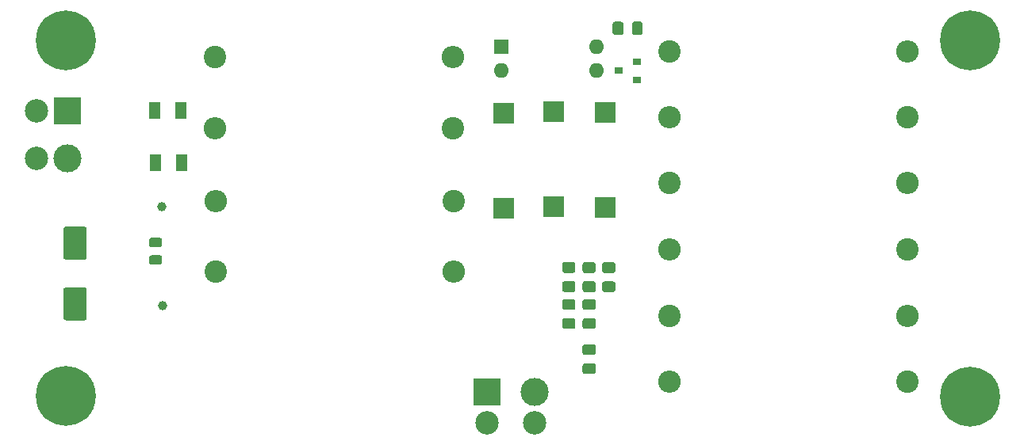
<source format=gbr>
G04 #@! TF.GenerationSoftware,KiCad,Pcbnew,(5.1.5)-3*
G04 #@! TF.CreationDate,2020-09-18T03:11:52-03:00*
G04 #@! TF.ProjectId,AIL,41494c2e-6b69-4636-9164-5f7063625858,rev?*
G04 #@! TF.SameCoordinates,Original*
G04 #@! TF.FileFunction,Soldermask,Top*
G04 #@! TF.FilePolarity,Negative*
%FSLAX46Y46*%
G04 Gerber Fmt 4.6, Leading zero omitted, Abs format (unit mm)*
G04 Created by KiCad (PCBNEW (5.1.5)-3) date 2020-09-18 03:11:52*
%MOMM*%
%LPD*%
G04 APERTURE LIST*
%ADD10O,2.400000X2.400000*%
%ADD11C,2.400000*%
%ADD12C,0.100000*%
%ADD13R,0.900000X0.800000*%
%ADD14R,1.600000X1.600000*%
%ADD15O,1.600000X1.600000*%
%ADD16C,0.800000*%
%ADD17C,6.400000*%
%ADD18C,1.000000*%
%ADD19R,2.200000X2.200000*%
%ADD20R,3.000000X3.000000*%
%ADD21C,3.000000*%
%ADD22C,2.500000*%
G04 APERTURE END LIST*
D10*
X135597900Y-127894080D03*
D11*
X160997900Y-127894080D03*
D12*
G36*
X81206422Y-114385414D02*
G01*
X81230083Y-114388924D01*
X81253287Y-114394736D01*
X81275809Y-114402794D01*
X81297433Y-114413022D01*
X81317950Y-114425319D01*
X81337163Y-114439569D01*
X81354887Y-114455633D01*
X81370951Y-114473357D01*
X81385201Y-114492570D01*
X81397498Y-114513087D01*
X81407726Y-114534711D01*
X81415784Y-114557233D01*
X81421596Y-114580437D01*
X81425106Y-114604098D01*
X81426280Y-114627990D01*
X81426280Y-115115490D01*
X81425106Y-115139382D01*
X81421596Y-115163043D01*
X81415784Y-115186247D01*
X81407726Y-115208769D01*
X81397498Y-115230393D01*
X81385201Y-115250910D01*
X81370951Y-115270123D01*
X81354887Y-115287847D01*
X81337163Y-115303911D01*
X81317950Y-115318161D01*
X81297433Y-115330458D01*
X81275809Y-115340686D01*
X81253287Y-115348744D01*
X81230083Y-115354556D01*
X81206422Y-115358066D01*
X81182530Y-115359240D01*
X80270030Y-115359240D01*
X80246138Y-115358066D01*
X80222477Y-115354556D01*
X80199273Y-115348744D01*
X80176751Y-115340686D01*
X80155127Y-115330458D01*
X80134610Y-115318161D01*
X80115397Y-115303911D01*
X80097673Y-115287847D01*
X80081609Y-115270123D01*
X80067359Y-115250910D01*
X80055062Y-115230393D01*
X80044834Y-115208769D01*
X80036776Y-115186247D01*
X80030964Y-115163043D01*
X80027454Y-115139382D01*
X80026280Y-115115490D01*
X80026280Y-114627990D01*
X80027454Y-114604098D01*
X80030964Y-114580437D01*
X80036776Y-114557233D01*
X80044834Y-114534711D01*
X80055062Y-114513087D01*
X80067359Y-114492570D01*
X80081609Y-114473357D01*
X80097673Y-114455633D01*
X80115397Y-114439569D01*
X80134610Y-114425319D01*
X80155127Y-114413022D01*
X80176751Y-114402794D01*
X80199273Y-114394736D01*
X80222477Y-114388924D01*
X80246138Y-114385414D01*
X80270030Y-114384240D01*
X81182530Y-114384240D01*
X81206422Y-114385414D01*
G37*
G36*
X81206422Y-112510414D02*
G01*
X81230083Y-112513924D01*
X81253287Y-112519736D01*
X81275809Y-112527794D01*
X81297433Y-112538022D01*
X81317950Y-112550319D01*
X81337163Y-112564569D01*
X81354887Y-112580633D01*
X81370951Y-112598357D01*
X81385201Y-112617570D01*
X81397498Y-112638087D01*
X81407726Y-112659711D01*
X81415784Y-112682233D01*
X81421596Y-112705437D01*
X81425106Y-112729098D01*
X81426280Y-112752990D01*
X81426280Y-113240490D01*
X81425106Y-113264382D01*
X81421596Y-113288043D01*
X81415784Y-113311247D01*
X81407726Y-113333769D01*
X81397498Y-113355393D01*
X81385201Y-113375910D01*
X81370951Y-113395123D01*
X81354887Y-113412847D01*
X81337163Y-113428911D01*
X81317950Y-113443161D01*
X81297433Y-113455458D01*
X81275809Y-113465686D01*
X81253287Y-113473744D01*
X81230083Y-113479556D01*
X81206422Y-113483066D01*
X81182530Y-113484240D01*
X80270030Y-113484240D01*
X80246138Y-113483066D01*
X80222477Y-113479556D01*
X80199273Y-113473744D01*
X80176751Y-113465686D01*
X80155127Y-113455458D01*
X80134610Y-113443161D01*
X80115397Y-113428911D01*
X80097673Y-113412847D01*
X80081609Y-113395123D01*
X80067359Y-113375910D01*
X80055062Y-113355393D01*
X80044834Y-113333769D01*
X80036776Y-113311247D01*
X80030964Y-113288043D01*
X80027454Y-113264382D01*
X80026280Y-113240490D01*
X80026280Y-112752990D01*
X80027454Y-112729098D01*
X80030964Y-112705437D01*
X80036776Y-112682233D01*
X80044834Y-112659711D01*
X80055062Y-112638087D01*
X80067359Y-112617570D01*
X80081609Y-112598357D01*
X80097673Y-112580633D01*
X80115397Y-112564569D01*
X80134610Y-112550319D01*
X80155127Y-112538022D01*
X80176751Y-112527794D01*
X80199273Y-112519736D01*
X80222477Y-112513924D01*
X80246138Y-112510414D01*
X80270030Y-112509240D01*
X81182530Y-112509240D01*
X81206422Y-112510414D01*
G37*
G36*
X81335120Y-103590120D02*
G01*
X81335120Y-105340120D01*
X80085120Y-105340120D01*
X80085120Y-103590120D01*
X81335120Y-103590120D01*
G37*
G36*
X84135120Y-103590120D02*
G01*
X84135120Y-105340120D01*
X82885120Y-105340120D01*
X82885120Y-103590120D01*
X84135120Y-103590120D01*
G37*
G36*
X84051760Y-98027520D02*
G01*
X84051760Y-99777520D01*
X82801760Y-99777520D01*
X82801760Y-98027520D01*
X84051760Y-98027520D01*
G37*
G36*
X81251760Y-98027520D02*
G01*
X81251760Y-99777520D01*
X80001760Y-99777520D01*
X80001760Y-98027520D01*
X81251760Y-98027520D01*
G37*
D13*
X130133340Y-94660680D03*
X132133340Y-93710680D03*
X132133340Y-95610680D03*
D10*
X87127080Y-108549440D03*
D11*
X112527080Y-108549440D03*
X87078081Y-93180841D03*
D10*
X112478081Y-93180841D03*
D11*
X87116481Y-116104041D03*
D10*
X112516481Y-116104041D03*
X87076280Y-100777040D03*
D11*
X112476280Y-100777040D03*
D12*
G36*
X129570005Y-117173204D02*
G01*
X129594273Y-117176804D01*
X129618072Y-117182765D01*
X129641171Y-117191030D01*
X129663350Y-117201520D01*
X129684393Y-117214132D01*
X129704099Y-117228747D01*
X129722277Y-117245223D01*
X129738753Y-117263401D01*
X129753368Y-117283107D01*
X129765980Y-117304150D01*
X129776470Y-117326329D01*
X129784735Y-117349428D01*
X129790696Y-117373227D01*
X129794296Y-117397495D01*
X129795500Y-117421999D01*
X129795500Y-118072001D01*
X129794296Y-118096505D01*
X129790696Y-118120773D01*
X129784735Y-118144572D01*
X129776470Y-118167671D01*
X129765980Y-118189850D01*
X129753368Y-118210893D01*
X129738753Y-118230599D01*
X129722277Y-118248777D01*
X129704099Y-118265253D01*
X129684393Y-118279868D01*
X129663350Y-118292480D01*
X129641171Y-118302970D01*
X129618072Y-118311235D01*
X129594273Y-118317196D01*
X129570005Y-118320796D01*
X129545501Y-118322000D01*
X128645499Y-118322000D01*
X128620995Y-118320796D01*
X128596727Y-118317196D01*
X128572928Y-118311235D01*
X128549829Y-118302970D01*
X128527650Y-118292480D01*
X128506607Y-118279868D01*
X128486901Y-118265253D01*
X128468723Y-118248777D01*
X128452247Y-118230599D01*
X128437632Y-118210893D01*
X128425020Y-118189850D01*
X128414530Y-118167671D01*
X128406265Y-118144572D01*
X128400304Y-118120773D01*
X128396704Y-118096505D01*
X128395500Y-118072001D01*
X128395500Y-117421999D01*
X128396704Y-117397495D01*
X128400304Y-117373227D01*
X128406265Y-117349428D01*
X128414530Y-117326329D01*
X128425020Y-117304150D01*
X128437632Y-117283107D01*
X128452247Y-117263401D01*
X128468723Y-117245223D01*
X128486901Y-117228747D01*
X128506607Y-117214132D01*
X128527650Y-117201520D01*
X128549829Y-117191030D01*
X128572928Y-117182765D01*
X128596727Y-117176804D01*
X128620995Y-117173204D01*
X128645499Y-117172000D01*
X129545501Y-117172000D01*
X129570005Y-117173204D01*
G37*
G36*
X129570005Y-115123204D02*
G01*
X129594273Y-115126804D01*
X129618072Y-115132765D01*
X129641171Y-115141030D01*
X129663350Y-115151520D01*
X129684393Y-115164132D01*
X129704099Y-115178747D01*
X129722277Y-115195223D01*
X129738753Y-115213401D01*
X129753368Y-115233107D01*
X129765980Y-115254150D01*
X129776470Y-115276329D01*
X129784735Y-115299428D01*
X129790696Y-115323227D01*
X129794296Y-115347495D01*
X129795500Y-115371999D01*
X129795500Y-116022001D01*
X129794296Y-116046505D01*
X129790696Y-116070773D01*
X129784735Y-116094572D01*
X129776470Y-116117671D01*
X129765980Y-116139850D01*
X129753368Y-116160893D01*
X129738753Y-116180599D01*
X129722277Y-116198777D01*
X129704099Y-116215253D01*
X129684393Y-116229868D01*
X129663350Y-116242480D01*
X129641171Y-116252970D01*
X129618072Y-116261235D01*
X129594273Y-116267196D01*
X129570005Y-116270796D01*
X129545501Y-116272000D01*
X128645499Y-116272000D01*
X128620995Y-116270796D01*
X128596727Y-116267196D01*
X128572928Y-116261235D01*
X128549829Y-116252970D01*
X128527650Y-116242480D01*
X128506607Y-116229868D01*
X128486901Y-116215253D01*
X128468723Y-116198777D01*
X128452247Y-116180599D01*
X128437632Y-116160893D01*
X128425020Y-116139850D01*
X128414530Y-116117671D01*
X128406265Y-116094572D01*
X128400304Y-116070773D01*
X128396704Y-116046505D01*
X128395500Y-116022001D01*
X128395500Y-115371999D01*
X128396704Y-115347495D01*
X128400304Y-115323227D01*
X128406265Y-115299428D01*
X128414530Y-115276329D01*
X128425020Y-115254150D01*
X128437632Y-115233107D01*
X128452247Y-115213401D01*
X128468723Y-115195223D01*
X128486901Y-115178747D01*
X128506607Y-115164132D01*
X128527650Y-115151520D01*
X128549829Y-115141030D01*
X128572928Y-115132765D01*
X128596727Y-115126804D01*
X128620995Y-115123204D01*
X128645499Y-115122000D01*
X129545501Y-115122000D01*
X129570005Y-115123204D01*
G37*
G36*
X132490465Y-89410244D02*
G01*
X132514733Y-89413844D01*
X132538532Y-89419805D01*
X132561631Y-89428070D01*
X132583810Y-89438560D01*
X132604853Y-89451172D01*
X132624559Y-89465787D01*
X132642737Y-89482263D01*
X132659213Y-89500441D01*
X132673828Y-89520147D01*
X132686440Y-89541190D01*
X132696930Y-89563369D01*
X132705195Y-89586468D01*
X132711156Y-89610267D01*
X132714756Y-89634535D01*
X132715960Y-89659039D01*
X132715960Y-90559041D01*
X132714756Y-90583545D01*
X132711156Y-90607813D01*
X132705195Y-90631612D01*
X132696930Y-90654711D01*
X132686440Y-90676890D01*
X132673828Y-90697933D01*
X132659213Y-90717639D01*
X132642737Y-90735817D01*
X132624559Y-90752293D01*
X132604853Y-90766908D01*
X132583810Y-90779520D01*
X132561631Y-90790010D01*
X132538532Y-90798275D01*
X132514733Y-90804236D01*
X132490465Y-90807836D01*
X132465961Y-90809040D01*
X131815959Y-90809040D01*
X131791455Y-90807836D01*
X131767187Y-90804236D01*
X131743388Y-90798275D01*
X131720289Y-90790010D01*
X131698110Y-90779520D01*
X131677067Y-90766908D01*
X131657361Y-90752293D01*
X131639183Y-90735817D01*
X131622707Y-90717639D01*
X131608092Y-90697933D01*
X131595480Y-90676890D01*
X131584990Y-90654711D01*
X131576725Y-90631612D01*
X131570764Y-90607813D01*
X131567164Y-90583545D01*
X131565960Y-90559041D01*
X131565960Y-89659039D01*
X131567164Y-89634535D01*
X131570764Y-89610267D01*
X131576725Y-89586468D01*
X131584990Y-89563369D01*
X131595480Y-89541190D01*
X131608092Y-89520147D01*
X131622707Y-89500441D01*
X131639183Y-89482263D01*
X131657361Y-89465787D01*
X131677067Y-89451172D01*
X131698110Y-89438560D01*
X131720289Y-89428070D01*
X131743388Y-89419805D01*
X131767187Y-89413844D01*
X131791455Y-89410244D01*
X131815959Y-89409040D01*
X132465961Y-89409040D01*
X132490465Y-89410244D01*
G37*
G36*
X130440465Y-89410244D02*
G01*
X130464733Y-89413844D01*
X130488532Y-89419805D01*
X130511631Y-89428070D01*
X130533810Y-89438560D01*
X130554853Y-89451172D01*
X130574559Y-89465787D01*
X130592737Y-89482263D01*
X130609213Y-89500441D01*
X130623828Y-89520147D01*
X130636440Y-89541190D01*
X130646930Y-89563369D01*
X130655195Y-89586468D01*
X130661156Y-89610267D01*
X130664756Y-89634535D01*
X130665960Y-89659039D01*
X130665960Y-90559041D01*
X130664756Y-90583545D01*
X130661156Y-90607813D01*
X130655195Y-90631612D01*
X130646930Y-90654711D01*
X130636440Y-90676890D01*
X130623828Y-90697933D01*
X130609213Y-90717639D01*
X130592737Y-90735817D01*
X130574559Y-90752293D01*
X130554853Y-90766908D01*
X130533810Y-90779520D01*
X130511631Y-90790010D01*
X130488532Y-90798275D01*
X130464733Y-90804236D01*
X130440465Y-90807836D01*
X130415961Y-90809040D01*
X129765959Y-90809040D01*
X129741455Y-90807836D01*
X129717187Y-90804236D01*
X129693388Y-90798275D01*
X129670289Y-90790010D01*
X129648110Y-90779520D01*
X129627067Y-90766908D01*
X129607361Y-90752293D01*
X129589183Y-90735817D01*
X129572707Y-90717639D01*
X129558092Y-90697933D01*
X129545480Y-90676890D01*
X129534990Y-90654711D01*
X129526725Y-90631612D01*
X129520764Y-90607813D01*
X129517164Y-90583545D01*
X129515960Y-90559041D01*
X129515960Y-89659039D01*
X129517164Y-89634535D01*
X129520764Y-89610267D01*
X129526725Y-89586468D01*
X129534990Y-89563369D01*
X129545480Y-89541190D01*
X129558092Y-89520147D01*
X129572707Y-89500441D01*
X129589183Y-89482263D01*
X129607361Y-89465787D01*
X129627067Y-89451172D01*
X129648110Y-89438560D01*
X129670289Y-89428070D01*
X129693388Y-89419805D01*
X129717187Y-89413844D01*
X129741455Y-89410244D01*
X129765959Y-89409040D01*
X130415961Y-89409040D01*
X130440465Y-89410244D01*
G37*
D11*
X135597900Y-120832880D03*
D10*
X160997900Y-120832880D03*
X135597900Y-113771680D03*
D11*
X160997900Y-113771680D03*
X135597900Y-106608880D03*
D10*
X160997900Y-106608880D03*
D11*
X160997900Y-99598480D03*
D10*
X135597900Y-99598480D03*
X160997900Y-92588080D03*
D11*
X135597900Y-92588080D03*
D12*
G36*
X127474505Y-115114204D02*
G01*
X127498773Y-115117804D01*
X127522572Y-115123765D01*
X127545671Y-115132030D01*
X127567850Y-115142520D01*
X127588893Y-115155132D01*
X127608599Y-115169747D01*
X127626777Y-115186223D01*
X127643253Y-115204401D01*
X127657868Y-115224107D01*
X127670480Y-115245150D01*
X127680970Y-115267329D01*
X127689235Y-115290428D01*
X127695196Y-115314227D01*
X127698796Y-115338495D01*
X127700000Y-115362999D01*
X127700000Y-116013001D01*
X127698796Y-116037505D01*
X127695196Y-116061773D01*
X127689235Y-116085572D01*
X127680970Y-116108671D01*
X127670480Y-116130850D01*
X127657868Y-116151893D01*
X127643253Y-116171599D01*
X127626777Y-116189777D01*
X127608599Y-116206253D01*
X127588893Y-116220868D01*
X127567850Y-116233480D01*
X127545671Y-116243970D01*
X127522572Y-116252235D01*
X127498773Y-116258196D01*
X127474505Y-116261796D01*
X127450001Y-116263000D01*
X126549999Y-116263000D01*
X126525495Y-116261796D01*
X126501227Y-116258196D01*
X126477428Y-116252235D01*
X126454329Y-116243970D01*
X126432150Y-116233480D01*
X126411107Y-116220868D01*
X126391401Y-116206253D01*
X126373223Y-116189777D01*
X126356747Y-116171599D01*
X126342132Y-116151893D01*
X126329520Y-116130850D01*
X126319030Y-116108671D01*
X126310765Y-116085572D01*
X126304804Y-116061773D01*
X126301204Y-116037505D01*
X126300000Y-116013001D01*
X126300000Y-115362999D01*
X126301204Y-115338495D01*
X126304804Y-115314227D01*
X126310765Y-115290428D01*
X126319030Y-115267329D01*
X126329520Y-115245150D01*
X126342132Y-115224107D01*
X126356747Y-115204401D01*
X126373223Y-115186223D01*
X126391401Y-115169747D01*
X126411107Y-115155132D01*
X126432150Y-115142520D01*
X126454329Y-115132030D01*
X126477428Y-115123765D01*
X126501227Y-115117804D01*
X126525495Y-115114204D01*
X126549999Y-115113000D01*
X127450001Y-115113000D01*
X127474505Y-115114204D01*
G37*
G36*
X127474505Y-117164204D02*
G01*
X127498773Y-117167804D01*
X127522572Y-117173765D01*
X127545671Y-117182030D01*
X127567850Y-117192520D01*
X127588893Y-117205132D01*
X127608599Y-117219747D01*
X127626777Y-117236223D01*
X127643253Y-117254401D01*
X127657868Y-117274107D01*
X127670480Y-117295150D01*
X127680970Y-117317329D01*
X127689235Y-117340428D01*
X127695196Y-117364227D01*
X127698796Y-117388495D01*
X127700000Y-117412999D01*
X127700000Y-118063001D01*
X127698796Y-118087505D01*
X127695196Y-118111773D01*
X127689235Y-118135572D01*
X127680970Y-118158671D01*
X127670480Y-118180850D01*
X127657868Y-118201893D01*
X127643253Y-118221599D01*
X127626777Y-118239777D01*
X127608599Y-118256253D01*
X127588893Y-118270868D01*
X127567850Y-118283480D01*
X127545671Y-118293970D01*
X127522572Y-118302235D01*
X127498773Y-118308196D01*
X127474505Y-118311796D01*
X127450001Y-118313000D01*
X126549999Y-118313000D01*
X126525495Y-118311796D01*
X126501227Y-118308196D01*
X126477428Y-118302235D01*
X126454329Y-118293970D01*
X126432150Y-118283480D01*
X126411107Y-118270868D01*
X126391401Y-118256253D01*
X126373223Y-118239777D01*
X126356747Y-118221599D01*
X126342132Y-118201893D01*
X126329520Y-118180850D01*
X126319030Y-118158671D01*
X126310765Y-118135572D01*
X126304804Y-118111773D01*
X126301204Y-118087505D01*
X126300000Y-118063001D01*
X126300000Y-117412999D01*
X126301204Y-117388495D01*
X126304804Y-117364227D01*
X126310765Y-117340428D01*
X126319030Y-117317329D01*
X126329520Y-117295150D01*
X126342132Y-117274107D01*
X126356747Y-117254401D01*
X126373223Y-117236223D01*
X126391401Y-117219747D01*
X126411107Y-117205132D01*
X126432150Y-117192520D01*
X126454329Y-117182030D01*
X126477428Y-117173765D01*
X126501227Y-117167804D01*
X126525495Y-117164204D01*
X126549999Y-117163000D01*
X127450001Y-117163000D01*
X127474505Y-117164204D01*
G37*
G36*
X127474505Y-121110204D02*
G01*
X127498773Y-121113804D01*
X127522572Y-121119765D01*
X127545671Y-121128030D01*
X127567850Y-121138520D01*
X127588893Y-121151132D01*
X127608599Y-121165747D01*
X127626777Y-121182223D01*
X127643253Y-121200401D01*
X127657868Y-121220107D01*
X127670480Y-121241150D01*
X127680970Y-121263329D01*
X127689235Y-121286428D01*
X127695196Y-121310227D01*
X127698796Y-121334495D01*
X127700000Y-121358999D01*
X127700000Y-122009001D01*
X127698796Y-122033505D01*
X127695196Y-122057773D01*
X127689235Y-122081572D01*
X127680970Y-122104671D01*
X127670480Y-122126850D01*
X127657868Y-122147893D01*
X127643253Y-122167599D01*
X127626777Y-122185777D01*
X127608599Y-122202253D01*
X127588893Y-122216868D01*
X127567850Y-122229480D01*
X127545671Y-122239970D01*
X127522572Y-122248235D01*
X127498773Y-122254196D01*
X127474505Y-122257796D01*
X127450001Y-122259000D01*
X126549999Y-122259000D01*
X126525495Y-122257796D01*
X126501227Y-122254196D01*
X126477428Y-122248235D01*
X126454329Y-122239970D01*
X126432150Y-122229480D01*
X126411107Y-122216868D01*
X126391401Y-122202253D01*
X126373223Y-122185777D01*
X126356747Y-122167599D01*
X126342132Y-122147893D01*
X126329520Y-122126850D01*
X126319030Y-122104671D01*
X126310765Y-122081572D01*
X126304804Y-122057773D01*
X126301204Y-122033505D01*
X126300000Y-122009001D01*
X126300000Y-121358999D01*
X126301204Y-121334495D01*
X126304804Y-121310227D01*
X126310765Y-121286428D01*
X126319030Y-121263329D01*
X126329520Y-121241150D01*
X126342132Y-121220107D01*
X126356747Y-121200401D01*
X126373223Y-121182223D01*
X126391401Y-121165747D01*
X126411107Y-121151132D01*
X126432150Y-121138520D01*
X126454329Y-121128030D01*
X126477428Y-121119765D01*
X126501227Y-121113804D01*
X126525495Y-121110204D01*
X126549999Y-121109000D01*
X127450001Y-121109000D01*
X127474505Y-121110204D01*
G37*
G36*
X127474505Y-119060204D02*
G01*
X127498773Y-119063804D01*
X127522572Y-119069765D01*
X127545671Y-119078030D01*
X127567850Y-119088520D01*
X127588893Y-119101132D01*
X127608599Y-119115747D01*
X127626777Y-119132223D01*
X127643253Y-119150401D01*
X127657868Y-119170107D01*
X127670480Y-119191150D01*
X127680970Y-119213329D01*
X127689235Y-119236428D01*
X127695196Y-119260227D01*
X127698796Y-119284495D01*
X127700000Y-119308999D01*
X127700000Y-119959001D01*
X127698796Y-119983505D01*
X127695196Y-120007773D01*
X127689235Y-120031572D01*
X127680970Y-120054671D01*
X127670480Y-120076850D01*
X127657868Y-120097893D01*
X127643253Y-120117599D01*
X127626777Y-120135777D01*
X127608599Y-120152253D01*
X127588893Y-120166868D01*
X127567850Y-120179480D01*
X127545671Y-120189970D01*
X127522572Y-120198235D01*
X127498773Y-120204196D01*
X127474505Y-120207796D01*
X127450001Y-120209000D01*
X126549999Y-120209000D01*
X126525495Y-120207796D01*
X126501227Y-120204196D01*
X126477428Y-120198235D01*
X126454329Y-120189970D01*
X126432150Y-120179480D01*
X126411107Y-120166868D01*
X126391401Y-120152253D01*
X126373223Y-120135777D01*
X126356747Y-120117599D01*
X126342132Y-120097893D01*
X126329520Y-120076850D01*
X126319030Y-120054671D01*
X126310765Y-120031572D01*
X126304804Y-120007773D01*
X126301204Y-119983505D01*
X126300000Y-119959001D01*
X126300000Y-119308999D01*
X126301204Y-119284495D01*
X126304804Y-119260227D01*
X126310765Y-119236428D01*
X126319030Y-119213329D01*
X126329520Y-119191150D01*
X126342132Y-119170107D01*
X126356747Y-119150401D01*
X126373223Y-119132223D01*
X126391401Y-119115747D01*
X126411107Y-119101132D01*
X126432150Y-119088520D01*
X126454329Y-119078030D01*
X126477428Y-119069765D01*
X126501227Y-119063804D01*
X126525495Y-119060204D01*
X126549999Y-119059000D01*
X127450001Y-119059000D01*
X127474505Y-119060204D01*
G37*
D14*
X117589300Y-92054680D03*
D15*
X127749300Y-94594680D03*
X117589300Y-94594680D03*
X127749300Y-92054680D03*
D12*
G36*
X127474505Y-125936204D02*
G01*
X127498773Y-125939804D01*
X127522572Y-125945765D01*
X127545671Y-125954030D01*
X127567850Y-125964520D01*
X127588893Y-125977132D01*
X127608599Y-125991747D01*
X127626777Y-126008223D01*
X127643253Y-126026401D01*
X127657868Y-126046107D01*
X127670480Y-126067150D01*
X127680970Y-126089329D01*
X127689235Y-126112428D01*
X127695196Y-126136227D01*
X127698796Y-126160495D01*
X127700000Y-126184999D01*
X127700000Y-126835001D01*
X127698796Y-126859505D01*
X127695196Y-126883773D01*
X127689235Y-126907572D01*
X127680970Y-126930671D01*
X127670480Y-126952850D01*
X127657868Y-126973893D01*
X127643253Y-126993599D01*
X127626777Y-127011777D01*
X127608599Y-127028253D01*
X127588893Y-127042868D01*
X127567850Y-127055480D01*
X127545671Y-127065970D01*
X127522572Y-127074235D01*
X127498773Y-127080196D01*
X127474505Y-127083796D01*
X127450001Y-127085000D01*
X126549999Y-127085000D01*
X126525495Y-127083796D01*
X126501227Y-127080196D01*
X126477428Y-127074235D01*
X126454329Y-127065970D01*
X126432150Y-127055480D01*
X126411107Y-127042868D01*
X126391401Y-127028253D01*
X126373223Y-127011777D01*
X126356747Y-126993599D01*
X126342132Y-126973893D01*
X126329520Y-126952850D01*
X126319030Y-126930671D01*
X126310765Y-126907572D01*
X126304804Y-126883773D01*
X126301204Y-126859505D01*
X126300000Y-126835001D01*
X126300000Y-126184999D01*
X126301204Y-126160495D01*
X126304804Y-126136227D01*
X126310765Y-126112428D01*
X126319030Y-126089329D01*
X126329520Y-126067150D01*
X126342132Y-126046107D01*
X126356747Y-126026401D01*
X126373223Y-126008223D01*
X126391401Y-125991747D01*
X126411107Y-125977132D01*
X126432150Y-125964520D01*
X126454329Y-125954030D01*
X126477428Y-125945765D01*
X126501227Y-125939804D01*
X126525495Y-125936204D01*
X126549999Y-125935000D01*
X127450001Y-125935000D01*
X127474505Y-125936204D01*
G37*
G36*
X127474505Y-123886204D02*
G01*
X127498773Y-123889804D01*
X127522572Y-123895765D01*
X127545671Y-123904030D01*
X127567850Y-123914520D01*
X127588893Y-123927132D01*
X127608599Y-123941747D01*
X127626777Y-123958223D01*
X127643253Y-123976401D01*
X127657868Y-123996107D01*
X127670480Y-124017150D01*
X127680970Y-124039329D01*
X127689235Y-124062428D01*
X127695196Y-124086227D01*
X127698796Y-124110495D01*
X127700000Y-124134999D01*
X127700000Y-124785001D01*
X127698796Y-124809505D01*
X127695196Y-124833773D01*
X127689235Y-124857572D01*
X127680970Y-124880671D01*
X127670480Y-124902850D01*
X127657868Y-124923893D01*
X127643253Y-124943599D01*
X127626777Y-124961777D01*
X127608599Y-124978253D01*
X127588893Y-124992868D01*
X127567850Y-125005480D01*
X127545671Y-125015970D01*
X127522572Y-125024235D01*
X127498773Y-125030196D01*
X127474505Y-125033796D01*
X127450001Y-125035000D01*
X126549999Y-125035000D01*
X126525495Y-125033796D01*
X126501227Y-125030196D01*
X126477428Y-125024235D01*
X126454329Y-125015970D01*
X126432150Y-125005480D01*
X126411107Y-124992868D01*
X126391401Y-124978253D01*
X126373223Y-124961777D01*
X126356747Y-124943599D01*
X126342132Y-124923893D01*
X126329520Y-124902850D01*
X126319030Y-124880671D01*
X126310765Y-124857572D01*
X126304804Y-124833773D01*
X126301204Y-124809505D01*
X126300000Y-124785001D01*
X126300000Y-124134999D01*
X126301204Y-124110495D01*
X126304804Y-124086227D01*
X126310765Y-124062428D01*
X126319030Y-124039329D01*
X126329520Y-124017150D01*
X126342132Y-123996107D01*
X126356747Y-123976401D01*
X126373223Y-123958223D01*
X126391401Y-123941747D01*
X126411107Y-123927132D01*
X126432150Y-123914520D01*
X126454329Y-123904030D01*
X126477428Y-123895765D01*
X126501227Y-123889804D01*
X126525495Y-123886204D01*
X126549999Y-123885000D01*
X127450001Y-123885000D01*
X127474505Y-123886204D01*
G37*
G36*
X125315505Y-117155204D02*
G01*
X125339773Y-117158804D01*
X125363572Y-117164765D01*
X125386671Y-117173030D01*
X125408850Y-117183520D01*
X125429893Y-117196132D01*
X125449599Y-117210747D01*
X125467777Y-117227223D01*
X125484253Y-117245401D01*
X125498868Y-117265107D01*
X125511480Y-117286150D01*
X125521970Y-117308329D01*
X125530235Y-117331428D01*
X125536196Y-117355227D01*
X125539796Y-117379495D01*
X125541000Y-117403999D01*
X125541000Y-118054001D01*
X125539796Y-118078505D01*
X125536196Y-118102773D01*
X125530235Y-118126572D01*
X125521970Y-118149671D01*
X125511480Y-118171850D01*
X125498868Y-118192893D01*
X125484253Y-118212599D01*
X125467777Y-118230777D01*
X125449599Y-118247253D01*
X125429893Y-118261868D01*
X125408850Y-118274480D01*
X125386671Y-118284970D01*
X125363572Y-118293235D01*
X125339773Y-118299196D01*
X125315505Y-118302796D01*
X125291001Y-118304000D01*
X124390999Y-118304000D01*
X124366495Y-118302796D01*
X124342227Y-118299196D01*
X124318428Y-118293235D01*
X124295329Y-118284970D01*
X124273150Y-118274480D01*
X124252107Y-118261868D01*
X124232401Y-118247253D01*
X124214223Y-118230777D01*
X124197747Y-118212599D01*
X124183132Y-118192893D01*
X124170520Y-118171850D01*
X124160030Y-118149671D01*
X124151765Y-118126572D01*
X124145804Y-118102773D01*
X124142204Y-118078505D01*
X124141000Y-118054001D01*
X124141000Y-117403999D01*
X124142204Y-117379495D01*
X124145804Y-117355227D01*
X124151765Y-117331428D01*
X124160030Y-117308329D01*
X124170520Y-117286150D01*
X124183132Y-117265107D01*
X124197747Y-117245401D01*
X124214223Y-117227223D01*
X124232401Y-117210747D01*
X124252107Y-117196132D01*
X124273150Y-117183520D01*
X124295329Y-117173030D01*
X124318428Y-117164765D01*
X124342227Y-117158804D01*
X124366495Y-117155204D01*
X124390999Y-117154000D01*
X125291001Y-117154000D01*
X125315505Y-117155204D01*
G37*
G36*
X125315505Y-115105204D02*
G01*
X125339773Y-115108804D01*
X125363572Y-115114765D01*
X125386671Y-115123030D01*
X125408850Y-115133520D01*
X125429893Y-115146132D01*
X125449599Y-115160747D01*
X125467777Y-115177223D01*
X125484253Y-115195401D01*
X125498868Y-115215107D01*
X125511480Y-115236150D01*
X125521970Y-115258329D01*
X125530235Y-115281428D01*
X125536196Y-115305227D01*
X125539796Y-115329495D01*
X125541000Y-115353999D01*
X125541000Y-116004001D01*
X125539796Y-116028505D01*
X125536196Y-116052773D01*
X125530235Y-116076572D01*
X125521970Y-116099671D01*
X125511480Y-116121850D01*
X125498868Y-116142893D01*
X125484253Y-116162599D01*
X125467777Y-116180777D01*
X125449599Y-116197253D01*
X125429893Y-116211868D01*
X125408850Y-116224480D01*
X125386671Y-116234970D01*
X125363572Y-116243235D01*
X125339773Y-116249196D01*
X125315505Y-116252796D01*
X125291001Y-116254000D01*
X124390999Y-116254000D01*
X124366495Y-116252796D01*
X124342227Y-116249196D01*
X124318428Y-116243235D01*
X124295329Y-116234970D01*
X124273150Y-116224480D01*
X124252107Y-116211868D01*
X124232401Y-116197253D01*
X124214223Y-116180777D01*
X124197747Y-116162599D01*
X124183132Y-116142893D01*
X124170520Y-116121850D01*
X124160030Y-116099671D01*
X124151765Y-116076572D01*
X124145804Y-116052773D01*
X124142204Y-116028505D01*
X124141000Y-116004001D01*
X124141000Y-115353999D01*
X124142204Y-115329495D01*
X124145804Y-115305227D01*
X124151765Y-115281428D01*
X124160030Y-115258329D01*
X124170520Y-115236150D01*
X124183132Y-115215107D01*
X124197747Y-115195401D01*
X124214223Y-115177223D01*
X124232401Y-115160747D01*
X124252107Y-115146132D01*
X124273150Y-115133520D01*
X124295329Y-115123030D01*
X124318428Y-115114765D01*
X124342227Y-115108804D01*
X124366495Y-115105204D01*
X124390999Y-115104000D01*
X125291001Y-115104000D01*
X125315505Y-115105204D01*
G37*
G36*
X125315505Y-119060204D02*
G01*
X125339773Y-119063804D01*
X125363572Y-119069765D01*
X125386671Y-119078030D01*
X125408850Y-119088520D01*
X125429893Y-119101132D01*
X125449599Y-119115747D01*
X125467777Y-119132223D01*
X125484253Y-119150401D01*
X125498868Y-119170107D01*
X125511480Y-119191150D01*
X125521970Y-119213329D01*
X125530235Y-119236428D01*
X125536196Y-119260227D01*
X125539796Y-119284495D01*
X125541000Y-119308999D01*
X125541000Y-119959001D01*
X125539796Y-119983505D01*
X125536196Y-120007773D01*
X125530235Y-120031572D01*
X125521970Y-120054671D01*
X125511480Y-120076850D01*
X125498868Y-120097893D01*
X125484253Y-120117599D01*
X125467777Y-120135777D01*
X125449599Y-120152253D01*
X125429893Y-120166868D01*
X125408850Y-120179480D01*
X125386671Y-120189970D01*
X125363572Y-120198235D01*
X125339773Y-120204196D01*
X125315505Y-120207796D01*
X125291001Y-120209000D01*
X124390999Y-120209000D01*
X124366495Y-120207796D01*
X124342227Y-120204196D01*
X124318428Y-120198235D01*
X124295329Y-120189970D01*
X124273150Y-120179480D01*
X124252107Y-120166868D01*
X124232401Y-120152253D01*
X124214223Y-120135777D01*
X124197747Y-120117599D01*
X124183132Y-120097893D01*
X124170520Y-120076850D01*
X124160030Y-120054671D01*
X124151765Y-120031572D01*
X124145804Y-120007773D01*
X124142204Y-119983505D01*
X124141000Y-119959001D01*
X124141000Y-119308999D01*
X124142204Y-119284495D01*
X124145804Y-119260227D01*
X124151765Y-119236428D01*
X124160030Y-119213329D01*
X124170520Y-119191150D01*
X124183132Y-119170107D01*
X124197747Y-119150401D01*
X124214223Y-119132223D01*
X124232401Y-119115747D01*
X124252107Y-119101132D01*
X124273150Y-119088520D01*
X124295329Y-119078030D01*
X124318428Y-119069765D01*
X124342227Y-119063804D01*
X124366495Y-119060204D01*
X124390999Y-119059000D01*
X125291001Y-119059000D01*
X125315505Y-119060204D01*
G37*
G36*
X125315505Y-121110204D02*
G01*
X125339773Y-121113804D01*
X125363572Y-121119765D01*
X125386671Y-121128030D01*
X125408850Y-121138520D01*
X125429893Y-121151132D01*
X125449599Y-121165747D01*
X125467777Y-121182223D01*
X125484253Y-121200401D01*
X125498868Y-121220107D01*
X125511480Y-121241150D01*
X125521970Y-121263329D01*
X125530235Y-121286428D01*
X125536196Y-121310227D01*
X125539796Y-121334495D01*
X125541000Y-121358999D01*
X125541000Y-122009001D01*
X125539796Y-122033505D01*
X125536196Y-122057773D01*
X125530235Y-122081572D01*
X125521970Y-122104671D01*
X125511480Y-122126850D01*
X125498868Y-122147893D01*
X125484253Y-122167599D01*
X125467777Y-122185777D01*
X125449599Y-122202253D01*
X125429893Y-122216868D01*
X125408850Y-122229480D01*
X125386671Y-122239970D01*
X125363572Y-122248235D01*
X125339773Y-122254196D01*
X125315505Y-122257796D01*
X125291001Y-122259000D01*
X124390999Y-122259000D01*
X124366495Y-122257796D01*
X124342227Y-122254196D01*
X124318428Y-122248235D01*
X124295329Y-122239970D01*
X124273150Y-122229480D01*
X124252107Y-122216868D01*
X124232401Y-122202253D01*
X124214223Y-122185777D01*
X124197747Y-122167599D01*
X124183132Y-122147893D01*
X124170520Y-122126850D01*
X124160030Y-122104671D01*
X124151765Y-122081572D01*
X124145804Y-122057773D01*
X124142204Y-122033505D01*
X124141000Y-122009001D01*
X124141000Y-121358999D01*
X124142204Y-121334495D01*
X124145804Y-121310227D01*
X124151765Y-121286428D01*
X124160030Y-121263329D01*
X124170520Y-121241150D01*
X124183132Y-121220107D01*
X124197747Y-121200401D01*
X124214223Y-121182223D01*
X124232401Y-121165747D01*
X124252107Y-121151132D01*
X124273150Y-121138520D01*
X124295329Y-121128030D01*
X124318428Y-121119765D01*
X124342227Y-121113804D01*
X124366495Y-121110204D01*
X124390999Y-121109000D01*
X125291001Y-121109000D01*
X125315505Y-121110204D01*
G37*
D16*
X169337056Y-127842944D03*
X167640000Y-127140000D03*
X165942944Y-127842944D03*
X165240000Y-129540000D03*
X165942944Y-131237056D03*
X167640000Y-131940000D03*
X169337056Y-131237056D03*
X170040000Y-129540000D03*
D17*
X167640000Y-129540000D03*
X167640000Y-91440000D03*
D16*
X170040000Y-91440000D03*
X169337056Y-93137056D03*
X167640000Y-93840000D03*
X165942944Y-93137056D03*
X165240000Y-91440000D03*
X165942944Y-89742944D03*
X167640000Y-89040000D03*
X169337056Y-89742944D03*
X72834836Y-127736264D03*
X71137780Y-127033320D03*
X69440724Y-127736264D03*
X68737780Y-129433320D03*
X69440724Y-131130376D03*
X71137780Y-131833320D03*
X72834836Y-131130376D03*
X73537780Y-129433320D03*
D17*
X71137780Y-129433320D03*
X71120000Y-91440000D03*
D16*
X73520000Y-91440000D03*
X72817056Y-93137056D03*
X71120000Y-93840000D03*
X69422944Y-93137056D03*
X68720000Y-91440000D03*
X69422944Y-89742944D03*
X71120000Y-89040000D03*
X72817056Y-89742944D03*
D18*
X81465420Y-119771160D03*
X81419700Y-109161580D03*
D12*
G36*
X73160504Y-117833204D02*
G01*
X73184773Y-117836804D01*
X73208571Y-117842765D01*
X73231671Y-117851030D01*
X73253849Y-117861520D01*
X73274893Y-117874133D01*
X73294598Y-117888747D01*
X73312777Y-117905223D01*
X73329253Y-117923402D01*
X73343867Y-117943107D01*
X73356480Y-117964151D01*
X73366970Y-117986329D01*
X73375235Y-118009429D01*
X73381196Y-118033227D01*
X73384796Y-118057496D01*
X73386000Y-118082000D01*
X73386000Y-121082000D01*
X73384796Y-121106504D01*
X73381196Y-121130773D01*
X73375235Y-121154571D01*
X73366970Y-121177671D01*
X73356480Y-121199849D01*
X73343867Y-121220893D01*
X73329253Y-121240598D01*
X73312777Y-121258777D01*
X73294598Y-121275253D01*
X73274893Y-121289867D01*
X73253849Y-121302480D01*
X73231671Y-121312970D01*
X73208571Y-121321235D01*
X73184773Y-121327196D01*
X73160504Y-121330796D01*
X73136000Y-121332000D01*
X71136000Y-121332000D01*
X71111496Y-121330796D01*
X71087227Y-121327196D01*
X71063429Y-121321235D01*
X71040329Y-121312970D01*
X71018151Y-121302480D01*
X70997107Y-121289867D01*
X70977402Y-121275253D01*
X70959223Y-121258777D01*
X70942747Y-121240598D01*
X70928133Y-121220893D01*
X70915520Y-121199849D01*
X70905030Y-121177671D01*
X70896765Y-121154571D01*
X70890804Y-121130773D01*
X70887204Y-121106504D01*
X70886000Y-121082000D01*
X70886000Y-118082000D01*
X70887204Y-118057496D01*
X70890804Y-118033227D01*
X70896765Y-118009429D01*
X70905030Y-117986329D01*
X70915520Y-117964151D01*
X70928133Y-117943107D01*
X70942747Y-117923402D01*
X70959223Y-117905223D01*
X70977402Y-117888747D01*
X70997107Y-117874133D01*
X71018151Y-117861520D01*
X71040329Y-117851030D01*
X71063429Y-117842765D01*
X71087227Y-117836804D01*
X71111496Y-117833204D01*
X71136000Y-117832000D01*
X73136000Y-117832000D01*
X73160504Y-117833204D01*
G37*
G36*
X73160504Y-111333204D02*
G01*
X73184773Y-111336804D01*
X73208571Y-111342765D01*
X73231671Y-111351030D01*
X73253849Y-111361520D01*
X73274893Y-111374133D01*
X73294598Y-111388747D01*
X73312777Y-111405223D01*
X73329253Y-111423402D01*
X73343867Y-111443107D01*
X73356480Y-111464151D01*
X73366970Y-111486329D01*
X73375235Y-111509429D01*
X73381196Y-111533227D01*
X73384796Y-111557496D01*
X73386000Y-111582000D01*
X73386000Y-114582000D01*
X73384796Y-114606504D01*
X73381196Y-114630773D01*
X73375235Y-114654571D01*
X73366970Y-114677671D01*
X73356480Y-114699849D01*
X73343867Y-114720893D01*
X73329253Y-114740598D01*
X73312777Y-114758777D01*
X73294598Y-114775253D01*
X73274893Y-114789867D01*
X73253849Y-114802480D01*
X73231671Y-114812970D01*
X73208571Y-114821235D01*
X73184773Y-114827196D01*
X73160504Y-114830796D01*
X73136000Y-114832000D01*
X71136000Y-114832000D01*
X71111496Y-114830796D01*
X71087227Y-114827196D01*
X71063429Y-114821235D01*
X71040329Y-114812970D01*
X71018151Y-114802480D01*
X70997107Y-114789867D01*
X70977402Y-114775253D01*
X70959223Y-114758777D01*
X70942747Y-114740598D01*
X70928133Y-114720893D01*
X70915520Y-114699849D01*
X70905030Y-114677671D01*
X70896765Y-114654571D01*
X70890804Y-114630773D01*
X70887204Y-114606504D01*
X70886000Y-114582000D01*
X70886000Y-111582000D01*
X70887204Y-111557496D01*
X70890804Y-111533227D01*
X70896765Y-111509429D01*
X70905030Y-111486329D01*
X70915520Y-111464151D01*
X70928133Y-111443107D01*
X70942747Y-111423402D01*
X70959223Y-111405223D01*
X70977402Y-111388747D01*
X70997107Y-111374133D01*
X71018151Y-111361520D01*
X71040329Y-111351030D01*
X71063429Y-111342765D01*
X71087227Y-111336804D01*
X71111496Y-111333204D01*
X71136000Y-111332000D01*
X73136000Y-111332000D01*
X73160504Y-111333204D01*
G37*
D19*
X123240800Y-109220000D03*
X123240800Y-99060000D03*
X117856000Y-99212400D03*
X117856000Y-109372400D03*
X128676400Y-109270800D03*
X128676400Y-99110800D03*
D20*
X71272400Y-98907600D03*
D21*
X71272400Y-104034600D03*
D22*
X67970400Y-98907600D03*
X67970400Y-104038400D03*
X121208800Y-132283200D03*
X116078000Y-132283200D03*
D21*
X121205000Y-128981200D03*
D20*
X116078000Y-128981200D03*
M02*

</source>
